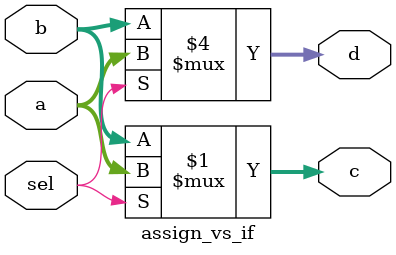
<source format=sv>
`timescale 1ns/1ns 
module assign_vs_if(/*AUTOARG*/
   // Outputs
   d, c,
   // Inputs
   a, b, sel
   ); 

   // outputs
   output logic [1:0] d;
   output [1:0]	      c;
   // inputs
   input [1:0]	      a, b;
   input	      sel;
   
   
   /*AUTOREG*/ 
   /*AUTOWIRE*/ 

   // assign statement
   assign c = sel ? a : b;

   // if statement
   always_comb
     if(sel)
       d = a;
     else
       d = b; 

endmodule 
// Local Variables: 
// verilog-library-directories:("~/Projects/FPGA_Projects/iVerilog/design/*") 
// End:

</source>
